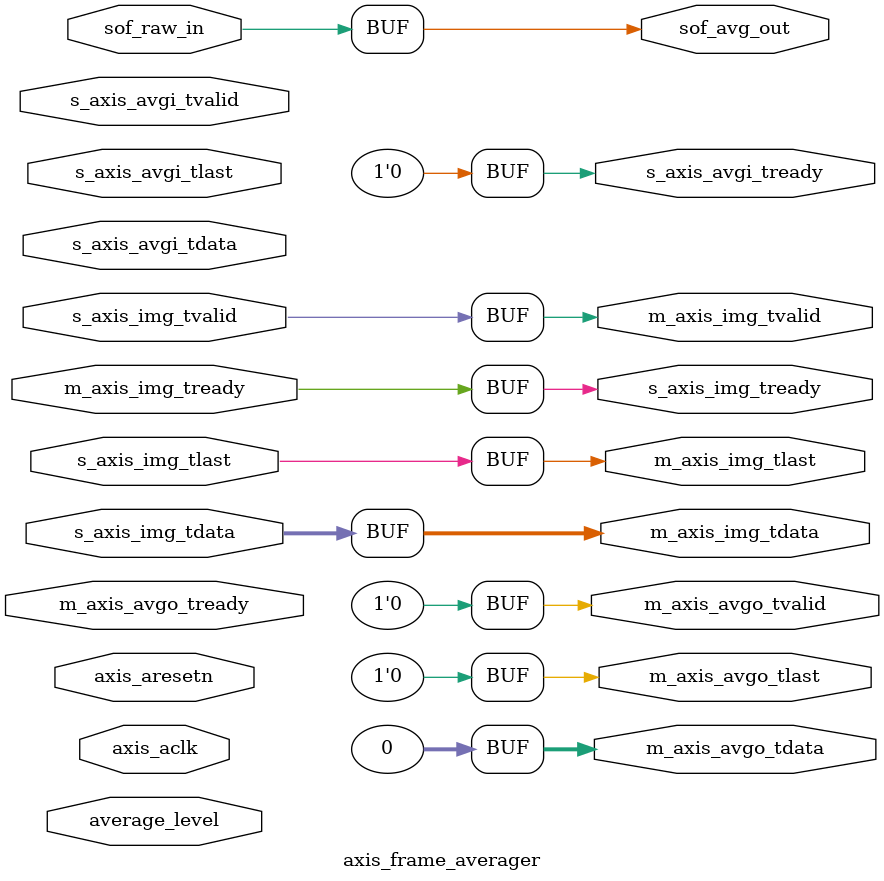
<source format=v>
/* 
 * ----------------------------------------------------------------------------
 *  Project:  OpenIRV
 *  Filename: axis_frame_averager.v
 *  Purpose:  AXI4-Stream frame averaging module. Temporary averaging buffer
 *            is located in any external memory array.
 * ----------------------------------------------------------------------------
 *  Copyright © 2020-2021, Vaagn Oganesyan <ovgn@protonmail.com>
 *  
 *  Licensed under the Apache License, Version 2.0 (the "License");
 *  you may not use this file except in compliance with the License.
 *  You may obtain a copy of the License at
 *  
 *      http://www.apache.org/licenses/LICENSE-2.0
 *  
 *  Unless required by applicable law or agreed to in writing, software
 *  distributed under the License is distributed on an "AS IS" BASIS,
 *  WITHOUT WARRANTIES OR CONDITIONS OF ANY KIND, either express or implied.
 *  See the License for the specific language governing permissions and
 * ----------------------------------------------------------------------------
 */


`default_nettype none
`timescale 1ps / 1ps


module axis_frame_averager #
(
    parameter   AVERAGER_BYPASS = 1
)
(
    (* X_INTERFACE_PARAMETER = "XIL_INTERFACENAME RSTIF, POLARITY ACTIVE_LOW" *)
    (* X_INTERFACE_INFO = "xilinx.com:signal:reset:1.0 RSTIF RST" *)
    input   wire            axis_aresetn,
    
    (* X_INTERFACE_PARAMETER = "XIL_INTERFACENAME CLKIF, ASSOCIATED_BUSIF S_AXIS_AVGI:M_AXIS_AVGO:S_AXIS_IMG:M_AXIS_IMG, ASSOCIATED_RESET axis_aresetn" *)
    (* X_INTERFACE_INFO = "xilinx.com:signal:clock:1.0 CLKIF CLK" *)
    input   wire            axis_aclk,
    
    input   wire    [2:0]   average_level,
    input   wire            sof_raw_in,
    output  wire            sof_avg_out,
    
    (* X_INTERFACE_PARAMETER = "XIL_INTERFACENAME S_AXIS_AVGI, TDATA_NUM_BYTES 4, TDEST_WIDTH 0, TID_WIDTH 0, TUSER_WIDTH 0, HAS_TREADY 1, HAS_TSTRB 0, HAS_TKEEP 0, HAS_TLAST 1" *)
    (* X_INTERFACE_INFO = "xilinx.com:interface:axis:1.0 S_AXIS_AVGI TDATA"  *) input   wire    [31:0]  s_axis_avgi_tdata,
    (* X_INTERFACE_INFO = "xilinx.com:interface:axis:1.0 S_AXIS_AVGI TVALID" *) input   wire            s_axis_avgi_tvalid,
    (* X_INTERFACE_INFO = "xilinx.com:interface:axis:1.0 S_AXIS_AVGI TREADY" *) output  wire            s_axis_avgi_tready,
    (* X_INTERFACE_INFO = "xilinx.com:interface:axis:1.0 S_AXIS_AVGI TLAST"  *) input   wire            s_axis_avgi_tlast,
    
    (* X_INTERFACE_PARAMETER = "XIL_INTERFACENAME M_AXIS_AVGO, TDATA_NUM_BYTES 4, TDEST_WIDTH 0, TID_WIDTH 0, TUSER_WIDTH 0, HAS_TREADY 1, HAS_TSTRB 0, HAS_TKEEP 0, HAS_TLAST 1" *)
    (* X_INTERFACE_INFO = "xilinx.com:interface:axis:1.0 M_AXIS_AVGO TDATA"  *) output  wire    [31:0]  m_axis_avgo_tdata,
    (* X_INTERFACE_INFO = "xilinx.com:interface:axis:1.0 M_AXIS_AVGO TVALID" *) output  wire            m_axis_avgo_tvalid,
    (* X_INTERFACE_INFO = "xilinx.com:interface:axis:1.0 M_AXIS_AVGO TREADY" *) input   wire            m_axis_avgo_tready,
    (* X_INTERFACE_INFO = "xilinx.com:interface:axis:1.0 M_AXIS_AVGO TLAST"  *) output  wire            m_axis_avgo_tlast,
    
    (* X_INTERFACE_PARAMETER = "XIL_INTERFACENAME S_AXIS_IMG, TDATA_NUM_BYTES 2, TDEST_WIDTH 0, TID_WIDTH 0, TUSER_WIDTH 0, HAS_TREADY 1, HAS_TSTRB 0, HAS_TKEEP 0, HAS_TLAST 1" *)
    (* X_INTERFACE_INFO = "xilinx.com:interface:axis:1.0 S_AXIS_IMG TDATA"  *)  input   wire    [15:0]  s_axis_img_tdata,
    (* X_INTERFACE_INFO = "xilinx.com:interface:axis:1.0 S_AXIS_IMG TVALID" *)  input   wire            s_axis_img_tvalid,
    (* X_INTERFACE_INFO = "xilinx.com:interface:axis:1.0 S_AXIS_IMG TREADY" *)  output  wire            s_axis_img_tready,
    (* X_INTERFACE_INFO = "xilinx.com:interface:axis:1.0 S_AXIS_IMG TLAST"  *)  input   wire            s_axis_img_tlast,
    
    (* X_INTERFACE_PARAMETER = "XIL_INTERFACENAME M_AXIS_IMG, TDATA_NUM_BYTES 2, TDEST_WIDTH 0, TID_WIDTH 0, TUSER_WIDTH 0, HAS_TREADY 1, HAS_TSTRB 0, HAS_TKEEP 0, HAS_TLAST 1" *)
    (* X_INTERFACE_INFO = "xilinx.com:interface:axis:1.0 M_AXIS_IMG TDATA"  *)  output  wire    [15:0]  m_axis_img_tdata,
    (* X_INTERFACE_INFO = "xilinx.com:interface:axis:1.0 M_AXIS_IMG TVALID" *)  output  wire            m_axis_img_tvalid,
    (* X_INTERFACE_INFO = "xilinx.com:interface:axis:1.0 M_AXIS_IMG TREADY" *)  input   wire            m_axis_img_tready,
    (* X_INTERFACE_INFO = "xilinx.com:interface:axis:1.0 M_AXIS_IMG TLAST"  *)  output  wire            m_axis_img_tlast
);
    
    localparam  DSP_PIPE_DELAY = 4;
    
/*-------------------------------------------------------------------------------------------------------------------------------------*/
    
    generate
    if (AVERAGER_BYPASS == 0) begin
        
        reg                 sof_avg         = 1'b0;
        reg                 avg_pix_tvalid  = 1'b0;
        reg         [6:0]   avg_frame_cnt   = 7'd0;
        reg         [6:0]   avg_ref_value   = 7'd0;
        reg         [2:0]   average_level_1 = 3'd0;
        
        reg         [31:0]  dsp_C_mask = {32{1'b0}};
        
        always @(posedge axis_aclk) begin
            if (~axis_aresetn) begin
                avg_pix_tvalid <= 1'b0;
                dsp_C_mask <= {32{1'b0}};
            end else begin
                if (sof_raw_in) begin
                    if (average_level_1 != 3'd0) begin
                        if (avg_frame_cnt == 7'd0) begin
                            avg_pix_tvalid  <= 1'b0;
                            avg_frame_cnt   <= avg_frame_cnt + 1'b1;
                            average_level_1 <= average_level;
                            dsp_C_mask      <= {32{1'b0}};
                        end else begin
                            if (avg_frame_cnt == avg_ref_value) begin
                                avg_pix_tvalid <= 1'b1;
                                avg_frame_cnt  <= 7'd0;
                            end else begin
                                avg_pix_tvalid <= 1'b0;
                                avg_frame_cnt  <= avg_frame_cnt + 1'b1;
                            end
                            
                            dsp_C_mask <= {32{1'b1}};
                        end
                    end else begin
                        average_level_1 <= average_level;
                        avg_pix_tvalid  <= 1'b1;
                        avg_frame_cnt   <= 7'd0;
                        dsp_C_mask      <= {32{1'b0}};
                    end
                end
            end
        end
        
        
        /* New SOF strobe for averaged data stream */
        always @(posedge axis_aclk) begin
            if (~axis_aresetn) begin
                sof_avg <= 1'b0;
            end else begin
                if (sof_raw_in) begin
                    if (average_level_1 != 3'd0) begin
                        if (avg_frame_cnt == 7'd0) begin
                            sof_avg <= 1'b1;
                        end else begin
                            sof_avg <= 1'b0;
                        end
                    end else begin
                        sof_avg <= 1'b1;
                    end
                end else begin
                    sof_avg <= 1'b0;
                end
            end
        end
        
        assign sof_avg_out = sof_avg;

/*-------------------------------------------------------------------------------------------------------------------------------------*/
        
        wire    [47:0]  dsp_P_tdata;
        wire            dsp_P_tvalid;
        wire            dsp_P_tready;
        wire            dsp_P_tlast;
        
        
        /* P = (D-A)*B+C */
        axis_dsp_linear_func axis_dsp_linear_func_inst
        (
            .axis_aclk              ( axis_aclk           ),
            .axis_aresetn           ( axis_aresetn        ),
            .dsp_func_sel           ( 1'b0                ),    // (D-A)*B+C
            
            .dsp_D_s_axis_tdata     ({{4{1'b0}}, s_axis_img_tdata[13:0]}),
            .dsp_D_s_axis_tvalid    ( s_axis_img_tvalid   ),
            .dsp_D_s_axis_tready    ( s_axis_img_tready   ),
            .dsp_D_s_axis_tlast     ( s_axis_img_tlast    ),
            
            .dsp_A_s_axis_tdata     ( 18'd0               ),
            .dsp_A_s_axis_tvalid    ( 1'b1                ),
            .dsp_A_s_axis_tready    ( /*------NC------*/  ),
            .dsp_A_s_axis_tlast     ( 1'b1                ),
            
            .dsp_B_s_axis_tdata     ( 18'd1               ),
            .dsp_B_s_axis_tvalid    ( 1'b1                ),
            .dsp_B_s_axis_tready    ( /*------NC------*/  ),
            .dsp_B_s_axis_tlast     ( 1'b1                ),
            
            .dsp_C_s_axis_tdata     ( {{16{1'b0}}, s_axis_avgi_tdata & dsp_C_mask}),
            .dsp_C_s_axis_tvalid    ( s_axis_avgi_tvalid  ),
            .dsp_C_s_axis_tready    ( s_axis_avgi_tready  ),
            .dsp_C_s_axis_tlast     ( s_axis_avgi_tlast   ),
            
            .dsp_P_m_axis_tdata     ( dsp_P_tdata         ),
            .dsp_P_m_axis_tvalid    ( dsp_P_tvalid        ),
            .dsp_P_m_axis_tready    ( dsp_P_tready        ),
            .dsp_P_m_axis_tlast     ( dsp_P_tlast         )
        );
    
/*-------------------------------------------------------------------------------------------------------------------------------------*/
    
        wire    [31:0]  m0_axis_tdata;
        wire            m0_axis_tvalid;
        wire            m0_axis_tready;
        wire            m0_axis_tlast;
        
        wire    [31:0]  m1_axis_tdata;
        wire            m1_axis_tvalid;
        wire            m1_axis_tready;
        wire            m1_axis_tlast;
        
        
        axis_2w_splitter #
        (
            .AXIS_TDATA_WIDTH (32),
            .AXIS_TUSER_WIDTH (1)
        )
        axis_2w_splitter_inst
        (
            .axis_aclk          ( axis_aclk         ), 
            .axis_aresetn       ( axis_aresetn      ), 
            
            .s_axis_tdata       ( dsp_P_tdata[31:0] ), 
            .s_axis_tvalid      ( dsp_P_tvalid      ), 
            .s_axis_tready      ( dsp_P_tready      ), 
            .s_axis_tlast       ( dsp_P_tlast       ), 
            .s_axis_tuser       ( 1'b0              ), 
            
            .m_axis_0_tdata     ( m0_axis_tdata     ), 
            .m_axis_0_tvalid    ( m0_axis_tvalid    ), 
            .m_axis_0_tready    ( m0_axis_tready    ), 
            .m_axis_0_tlast     ( m0_axis_tlast     ), 
            .m_axis_0_tuser     ( /*------NC-----*/ ), 
            
            .m_axis_1_tdata     ( m1_axis_tdata     ), 
            .m_axis_1_tvalid    ( m1_axis_tvalid    ), 
            .m_axis_1_tready    ( m1_axis_tready    ), 
            .m_axis_1_tlast     ( m1_axis_tlast     ),
            .m_axis_1_tuser     ( /*------NC-----*/ )
        );
    
/*-------------------------------------------------------------------------------------------------------------------------------------*/

        reg     [13:0]  avg_result;
        
        
        always @(*) begin
            case (average_level_1)
                /* No averaging */
                3'd0: begin
                    avg_ref_value = 7'd0;
                    avg_result = m0_axis_tdata[13:0];
                end
                
                /* 2x averaging */
                3'd1: begin
                    avg_ref_value = 7'd1;
                    avg_result = m0_axis_tdata[14:1];
                end
                
                /* 4x averaging */
                3'd2: begin
                    avg_ref_value = 7'd3;
                    avg_result = m0_axis_tdata[15:2];
                end
                
                /* 8x averaging */
                3'd3: begin
                    avg_ref_value = 7'd7;
                    avg_result = m0_axis_tdata[16:3];
                end
                
                /* 16x averaging */
                3'd4: begin
                    avg_ref_value = 7'd15;
                    avg_result = m0_axis_tdata[17:4];
                end
                
                /* 32x averaging */
                3'd5: begin
                    avg_ref_value = 7'd31;
                    avg_result = m0_axis_tdata[18:5];
                end
                
                /* 64x averaging */
                3'd6: begin
                    avg_ref_value = 7'd63;
                    avg_result = m0_axis_tdata[19:6];
                end
                
                /* 128x averaging */
                3'd7: begin
                    avg_ref_value = 7'd127;
                    avg_result = m0_axis_tdata[20:7];
                end
            endcase
        end
        
        
        assign m_axis_img_tdata   = {{2{1'b0}}, avg_result};
        assign m_axis_img_tvalid  = m0_axis_tvalid & avg_pix_tvalid;
        assign m_axis_img_tlast   = m0_axis_tlast;
        assign m0_axis_tready     = m_axis_img_tready;
        
        assign m_axis_avgo_tdata  = m1_axis_tdata;
        assign m_axis_avgo_tvalid = m1_axis_tvalid;
        assign m_axis_avgo_tlast  = m1_axis_tlast;
        assign m1_axis_tready     = m_axis_avgo_tready;
        
    end else begin
        
        assign sof_avg_out = sof_raw_in;
        
        assign s_axis_avgi_tready = 1'b0;
        
        assign m_axis_avgo_tdata  = {32{1'b0}};
        assign m_axis_avgo_tvalid = 1'b0;
        assign m_axis_avgo_tlast  = 1'b0;
        
        assign m_axis_img_tdata   = s_axis_img_tdata;
        assign m_axis_img_tvalid  = s_axis_img_tvalid;
        assign m_axis_img_tlast   = s_axis_img_tlast;
        assign s_axis_img_tready  = m_axis_img_tready;
        
    end
    endgenerate
    
endmodule

/*-------------------------------------------------------------------------------------------------------------------------------------*/

`default_nettype wire

</source>
